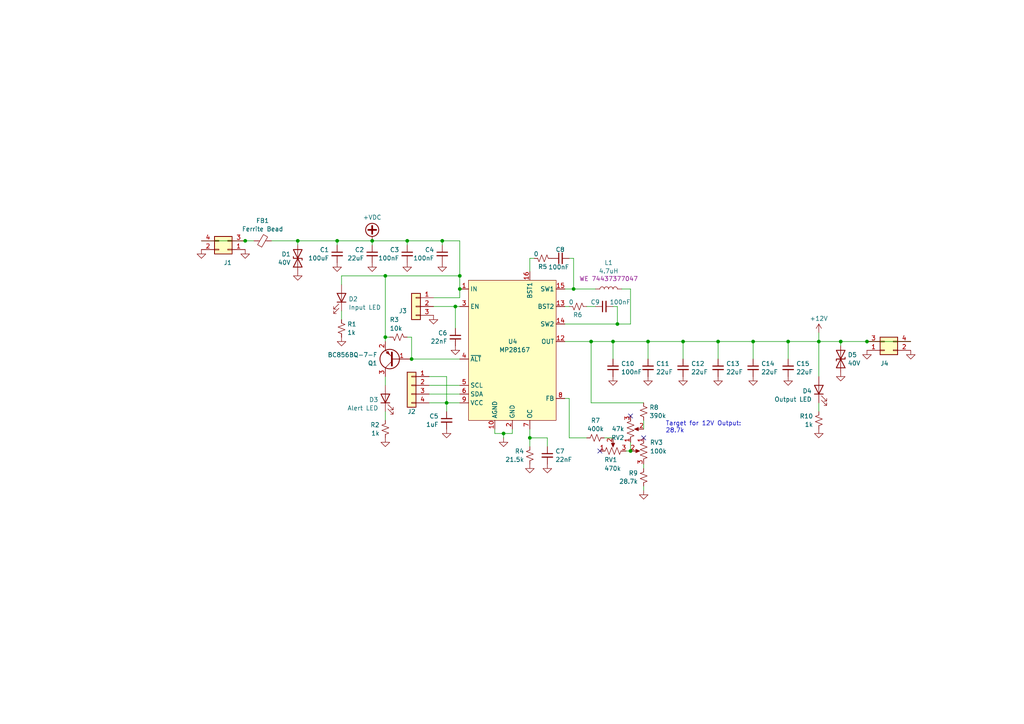
<source format=kicad_sch>
(kicad_sch (version 20231120) (generator "eeschema") (generator_version "8.0")
  (paper "A4")
  (lib_symbols
    (symbol "Connector_Generic:Conn_01x03" (pin_names (offset 1.016) hide)
      (property "Reference" "J" (at 0 5.08 0))
      (property "Value" "Conn_01x03" (at 0 -5.08 0))
      (symbol "Conn_01x03_1_1"
        (rectangle (start -1.27 -2.413) (end 0 -2.667) (stroke (width 0.1524)))
        (rectangle (start -1.27 0.127) (end 0 -0.127) (stroke (width 0.1524)))
        (rectangle (start -1.27 2.667) (end 0 2.413) (stroke (width 0.1524)))
        (rectangle (start -1.27 3.81) (end 1.27 -3.81) (stroke (width 0.254)) (fill (type background)))
        (pin passive line (at -5.08 2.54 0) (length 3.81) (name "Pin_1") (number "1"))
        (pin passive line (at -5.08 0 0) (length 3.81) (name "Pin_2") (number "2"))
        (pin passive line (at -5.08 -2.54 0) (length 3.81) (name "Pin_3") (number "3"))
      )
    )
    (symbol "Connector_Generic:Conn_01x04" (pin_names (offset 1.016) hide)
      (property "Reference" "J" (at 0 5.08 0))
      (property "Value" "Conn_01x04" (at 0 -7.62 0))
      (symbol "Conn_01x04_1_1"
        (rectangle (start -1.27 -4.953) (end 0 -5.207) (stroke (width 0.1524)))
        (rectangle (start -1.27 -2.413) (end 0 -2.667) (stroke (width 0.1524)))
        (rectangle (start -1.27 0.127) (end 0 -0.127) (stroke (width 0.1524)))
        (rectangle (start -1.27 2.667) (end 0 2.413) (stroke (width 0.1524)))
        (rectangle (start -1.27 3.81) (end 1.27 -6.35) (stroke (width 0.254)) (fill (type background)))
        (pin passive line (at -5.08 2.54 0) (length 3.81) (name "Pin_1") (number "1"))
        (pin passive line (at -5.08 0 0) (length 3.81) (name "Pin_2") (number "2"))
        (pin passive line (at -5.08 -2.54 0) (length 3.81) (name "Pin_3") (number "3"))
        (pin passive line (at -5.08 -5.08 0) (length 3.81) (name "Pin_4") (number "4"))
      )
    )
    (symbol "Connector_Generic:Conn_02x02_Odd_Even" (pin_names (offset 1.016) hide)
      (property "Reference" "J" (at 1.27 2.54 0))
      (property "Value" "Conn_02x02_Odd_Even" (at 1.27 -5.08 0))
      (symbol "Conn_02x02_Odd_Even_1_1"
        (rectangle (start -1.27 -2.413) (end 0 -2.667) (stroke (width 0.1524)))
        (rectangle (start -1.27 0.127) (end 0 -0.127) (stroke (width 0.1524)))
        (rectangle (start -1.27 1.27) (end 3.81 -3.81) (stroke (width 0.254)) (fill (type background)))
        (rectangle (start 3.81 -2.413) (end 2.54 -2.667) (stroke (width 0.1524)))
        (rectangle (start 3.81 0.127) (end 2.54 -0.127) (stroke (width 0.1524)))
        (pin passive line (at -5.08 0 0) (length 3.81) (name "Pin_1") (number "1"))
        (pin passive line (at 7.62 0 180) (length 3.81) (name "Pin_2") (number "2"))
        (pin passive line (at -5.08 -2.54 0) (length 3.81) (name "Pin_3") (number "3"))
        (pin passive line (at 7.62 -2.54 180) (length 3.81) (name "Pin_4") (number "4"))
      )
    )
    (symbol "Device:C_Small" (pin_numbers hide) (pin_names (offset 0.254) hide)
      (property "Reference" "C" (at 0.254 1.778 0))
      (property "Value" "C_Small" (at 0.254 -2.032 0))
      (symbol "C_Small_0_1"
        (polyline (pts (xy -1.524 -0.508) (xy 1.524 -0.508)) (stroke (width 0.3302)))
        (polyline (pts (xy -1.524 0.508) (xy 1.524 0.508)) (stroke (width 0.3048)))
      )
      (symbol "C_Small_1_1"
        (pin passive line (at 0 2.54 270) (length 2.032) (name "~") (number "1"))
        (pin passive line (at 0 -2.54 90) (length 2.032) (name "~") (number "2"))
      )
    )
    (symbol "Device:D_TVS" (pin_numbers hide) (pin_names (offset 1.016) hide)
      (property "Reference" "D" (at 0 2.54 0))
      (property "Value" "D_TVS" (at 0 -2.54 0))
      (symbol "D_TVS_0_1"
        (polyline (pts (xy 1.27 0) (xy -1.27 0)))
        (polyline (pts (xy 0.508 1.27) (xy 0 1.27) (xy 0 -1.27) (xy -0.508 -1.27)) (stroke (width 0.254)))
        (polyline (pts (xy -2.54 1.27) (xy -2.54 -1.27) (xy 2.54 1.27) (xy 2.54 -1.27) (xy -2.54 1.27)) (stroke (width 0.254)))
      )
      (symbol "D_TVS_1_1"
        (pin passive line (at -3.81 0 0) (length 2.54) (name "A1") (number "1"))
        (pin passive line (at 3.81 0 180) (length 2.54) (name "A2") (number "2"))
      )
    )
    (symbol "Device:FerriteBead_Small" (pin_numbers hide) (pin_names (offset 0))
      (property "Reference" "FB" (at 1.905 1.27 0))
      (property "Value" "FerriteBead_Small" (at 1.905 -1.27 0))
      (symbol "FerriteBead_Small_0_1"
        (polyline (pts (xy 0 -1.27) (xy 0 -0.7874)))
        (polyline (pts (xy 0 0.889) (xy 0 1.2954)))
        (polyline (pts (xy -1.8288 0.2794) (xy -1.1176 1.4986) (xy 1.8288 -0.2032) (xy 1.1176 -1.4224) (xy -1.8288 0.2794)))
      )
      (symbol "FerriteBead_Small_1_1"
        (pin passive line (at 0 2.54 270) (length 1.27) (name "~") (number "1"))
        (pin passive line (at 0 -2.54 90) (length 1.27) (name "~") (number "2"))
      )
    )
    (symbol "Device:L" (pin_numbers hide) (pin_names (offset 1.016) hide)
      (property "Reference" "L" (at -1.27 0 90))
      (property "Value" "L" (at 1.905 0 90))
      (symbol "L_0_1"
        (arc (start 0 -2.54) (mid 0.6323 -1.905) (end 0 -1.27))
        (arc (start 0 -1.27) (mid 0.6323 -0.635) (end 0 0))
        (arc (start 0 0) (mid 0.6323 0.635) (end 0 1.27))
        (arc (start 0 1.27) (mid 0.6323 1.905) (end 0 2.54))
      )
      (symbol "L_1_1"
        (pin passive line (at 0 3.81 270) (length 1.27) (name "1") (number "1"))
        (pin passive line (at 0 -3.81 90) (length 1.27) (name "2") (number "2"))
      )
    )
    (symbol "Device:LED" (pin_numbers hide) (pin_names (offset 1.016) hide)
      (property "Reference" "D" (at 0 2.54 0))
      (property "Value" "LED" (at 0 -2.54 0))
      (symbol "LED_0_1"
        (polyline (pts (xy -1.27 -1.27) (xy -1.27 1.27)) (stroke (width 0.254)))
        (polyline (pts (xy -1.27 0) (xy 1.27 0)))
        (polyline (pts (xy 1.27 -1.27) (xy 1.27 1.27) (xy -1.27 0) (xy 1.27 -1.27)) (stroke (width 0.254)))
        (polyline (pts (xy -3.048 -0.762) (xy -4.572 -2.286) (xy -3.81 -2.286) (xy -4.572 -2.286) (xy -4.572 -1.524)))
        (polyline (pts (xy -1.778 -0.762) (xy -3.302 -2.286) (xy -2.54 -2.286) (xy -3.302 -2.286) (xy -3.302 -1.524)))
      )
      (symbol "LED_1_1"
        (pin passive line (at -3.81 0 0) (length 2.54) (name "K") (number "1"))
        (pin passive line (at 3.81 0 180) (length 2.54) (name "A") (number "2"))
      )
    )
    (symbol "Device:Q_PNP_BEC" (pin_names (offset 0) hide)
      (property "Reference" "Q" (at 5.08 1.27 0))
      (property "Value" "Q_PNP_BEC" (at 5.08 -1.27 0))
      (symbol "Q_PNP_BEC_0_1"
        (polyline (pts (xy 0.635 0.635) (xy 2.54 2.54)))
        (polyline (pts (xy 0.635 -0.635) (xy 2.54 -2.54) (xy 2.54 -2.54)))
        (polyline (pts (xy 0.635 1.905) (xy 0.635 -1.905) (xy 0.635 -1.905)) (stroke (width 0.508)))
        (polyline (pts (xy 2.286 -1.778) (xy 1.778 -2.286) (xy 1.27 -1.27) (xy 2.286 -1.778) (xy 2.286 -1.778)) (fill (type outline)))
        (circle (center 1.27 0) (radius 2.8194) (stroke (width 0.254)))
      )
      (symbol "Q_PNP_BEC_1_1"
        (pin input line (at -5.08 0 0) (length 5.715) (name "B") (number "1"))
        (pin passive line (at 2.54 -5.08 90) (length 2.54) (name "E") (number "2"))
        (pin passive line (at 2.54 5.08 270) (length 2.54) (name "C") (number "3"))
      )
    )
    (symbol "Device:R_Potentiometer_US" (pin_names (offset 1.016) hide)
      (property "Reference" "RV" (at -4.445 0 90))
      (property "Value" "R_Potentiometer_US" (at -2.54 0 90))
      (symbol "R_Potentiometer_US_0_1"
        (polyline (pts (xy 0 -2.286) (xy 0 -2.54)))
        (polyline (pts (xy 0 2.54) (xy 0 2.286)))
        (polyline (pts (xy 2.54 0) (xy 1.524 0)))
        (polyline (pts (xy 1.143 0) (xy 2.286 0.508) (xy 2.286 -0.508) (xy 1.143 0)) (fill (type outline)))
        (polyline (pts (xy 0 -0.762) (xy 1.016 -1.143) (xy 0 -1.524) (xy -1.016 -1.905) (xy 0 -2.286)))
        (polyline (pts (xy 0 0.762) (xy 1.016 0.381) (xy 0 0) (xy -1.016 -0.381) (xy 0 -0.762)))
        (polyline (pts (xy 0 2.286) (xy 1.016 1.905) (xy 0 1.524) (xy -1.016 1.143) (xy 0 0.762)))
      )
      (symbol "R_Potentiometer_US_1_1"
        (pin passive line (at 0 3.81 270) (length 1.27) (name "1") (number "1"))
        (pin passive line (at 3.81 0 180) (length 1.27) (name "2") (number "2"))
        (pin passive line (at 0 -3.81 90) (length 1.27) (name "3") (number "3"))
      )
    )
    (symbol "Device:R_Small_US" (pin_numbers hide) (pin_names (offset 0.254) hide)
      (property "Reference" "R" (at 0.762 0.508 0))
      (property "Value" "R_Small_US" (at 0.762 -1.016 0))
      (symbol "R_Small_US_1_1"
        (polyline (pts (xy 0 0) (xy 1.016 -0.381) (xy 0 -0.762) (xy -1.016 -1.143) (xy 0 -1.524)))
        (polyline (pts (xy 0 1.524) (xy 1.016 1.143) (xy 0 0.762) (xy -1.016 0.381) (xy 0 0)))
        (pin passive line (at 0 2.54 270) (length 1.016) (name "~") (number "1"))
        (pin passive line (at 0 -2.54 90) (length 1.016) (name "~") (number "2"))
      )
    )
    (symbol "GND_2" (power) (pin_names (offset 0))
      (property "Value" "GND_2" (at 0 -3.81 0))
      (symbol "GND_2_0_1"
        (polyline (pts (xy 0 0) (xy 0 -1.27) (xy 1.27 -1.27) (xy 0 -2.54) (xy -1.27 -1.27) (xy 0 -1.27)))
      )
      (symbol "GND_2_1_1"
        (pin power_in line (at 0 0 270) (length 0) hide (name "GND") (number "1"))
      )
    )
    (symbol "MR_COM_Libraries:MP28167-A"
      (property "Reference" "U" (at 0 21.59 0))
      (property "Value" "MP28167" (at 0 21.59 0))
      (symbol "MP28167-A_0_0"
        (pin power_in line (at -15.24 17.78 0) (length 2.54) (name "IN") (number "1"))
        (pin power_in line (at -5.08 -22.86 90) (length 2.54) (name "AGND") (number "10"))
        (pin power_out line (at 15.24 2.54 180) (length 2.54) (name "OUT") (number "12"))
        (pin input line (at 15.24 12.7 180) (length 2.54) (name "BST2") (number "13"))
        (pin output line (at 15.24 7.62 180) (length 2.54) (name "SW2") (number "14"))
        (pin output line (at 15.24 17.78 180) (length 2.54) (name "SW1") (number "15"))
        (pin input line (at 5.08 22.86 270) (length 2.54) (name "BST1") (number "16"))
        (pin power_in line (at 0 -22.86 90) (length 2.54) (name "GND") (number "2"))
        (pin input line (at -15.24 12.7 0) (length 2.54) (name "EN") (number "3"))
        (pin bidirectional line (at -15.24 -10.16 0) (length 2.54) (name "SCL") (number "5"))
        (pin bidirectional line (at -15.24 -12.7 0) (length 2.54) (name "SDA") (number "6"))
        (pin input line (at 5.08 -22.86 90) (length 2.54) (name "OC") (number "7"))
        (pin input line (at 15.24 -13.97 180) (length 2.54) (name "FB") (number "8"))
        (pin output line (at -15.24 -15.24 0) (length 2.54) (name "VCC") (number "9"))
      )
      (symbol "MP28167-A_1_0"
        (pin power_in line (at 0 -22.86 90) (length 2.54) hide (name "GND") (number "11"))
        (pin output line (at -15.24 -2.54 0) (length 2.54) (name "~{ALT}") (number "4"))
      )
      (symbol "MP28167-A_1_1"
        (rectangle (start -12.7 20.32) (end 12.7 -20.32) (fill (type background)))
      )
    )
    (symbol "power:+12V" (power) (pin_names (offset 0))
      (property "Value" "+12V" (at 0 3.556 0))
      (symbol "+12V_0_1"
        (polyline (pts (xy -0.762 1.27) (xy 0 2.54)))
        (polyline (pts (xy 0 0) (xy 0 2.54)))
        (polyline (pts (xy 0 2.54) (xy 0.762 1.27)))
      )
      (symbol "+12V_1_1"
        (pin power_in line (at 0 0 90) (length 0) hide (name "+12V") (number "1"))
      )
    )
    (symbol "power:+VDC" (power) (pin_names (offset 0))
      (property "Value" "+VDC" (at 0 6.35 0))
      (symbol "+VDC_0_1"
        (polyline (pts (xy -1.143 3.175) (xy 1.143 3.175)) (stroke (width 0.508)))
        (polyline (pts (xy 0 0) (xy 0 1.27)))
        (polyline (pts (xy 0 2.032) (xy 0 4.318)) (stroke (width 0.508)))
        (circle (center 0 3.175) (radius 1.905) (stroke (width 0.254)))
      )
      (symbol "+VDC_1_1"
        (pin power_in line (at 0 0 90) (length 0) hide (name "+VDC") (number "1"))
      )
    )
  )
  (junction (at 208.28 99.06))
  (junction (at 177.8 99.06))
  (junction (at 132.08 88.9))
  (junction (at 128.27 69.85))
  (junction (at 243.84 99.06))
  (junction (at 133.35 80.01))
  (junction (at 153.67 127))
  (junction (at 107.95 69.85))
  (junction (at 111.76 97.79))
  (junction (at 71.12 69.85))
  (junction (at 118.11 69.85))
  (junction (at 237.49 99.06))
  (junction (at 97.79 69.85))
  (junction (at 228.6 99.06))
  (junction (at 129.54 116.84))
  (junction (at 251.46 99.06))
  (junction (at 218.44 99.06))
  (junction (at 198.12 99.06))
  (junction (at 133.35 83.82))
  (junction (at 182.88 130.81))
  (junction (at 166.37 83.82))
  (junction (at 187.96 99.06))
  (junction (at 111.76 80.01))
  (junction (at 179.07 93.98))
  (junction (at 119.38 104.14))
  (junction (at 171.45 99.06))
  (junction (at 86.36 69.85))
  (junction (at 146.05 125.73))
  (no_connect (at 186.69 127))
  (no_connect (at 182.88 120.65))
  (no_connect (at 173.99 130.81))
  (wire (pts (xy 186.69 142.24) (xy 186.69 140.97)))
  (wire (pts (xy 146.05 125.73) (xy 148.59 125.73)))
  (wire (pts (xy 132.08 88.9) (xy 132.08 95.25)))
  (wire (pts (xy 181.61 130.81) (xy 182.88 130.81)))
  (wire (pts (xy 187.96 99.06) (xy 198.12 99.06)))
  (wire (pts (xy 166.37 83.82) (xy 172.72 83.82)))
  (wire (pts (xy 198.12 99.06) (xy 208.28 99.06)))
  (wire (pts (xy 182.88 93.98) (xy 179.07 93.98)))
  (wire (pts (xy 251.46 99.06) (xy 264.16 99.06)))
  (wire (pts (xy 133.35 88.9) (xy 132.08 88.9)))
  (wire (pts (xy 111.76 80.01) (xy 133.35 80.01)))
  (wire (pts (xy 128.27 69.85) (xy 128.27 71.12)))
  (wire (pts (xy 86.36 69.85) (xy 97.79 69.85)))
  (wire (pts (xy 111.76 119.38) (xy 111.76 121.92)))
  (wire (pts (xy 86.36 71.12) (xy 86.36 69.85)))
  (wire (pts (xy 148.59 125.73) (xy 148.59 124.46)))
  (wire (pts (xy 186.69 116.84) (xy 171.45 116.84)))
  (wire (pts (xy 111.76 109.22) (xy 111.76 111.76)))
  (wire (pts (xy 143.51 124.46) (xy 143.51 125.73)))
  (wire (pts (xy 153.67 129.54) (xy 153.67 127)))
  (wire (pts (xy 124.46 114.3) (xy 133.35 114.3)))
  (wire (pts (xy 165.1 127) (xy 170.18 127)))
  (wire (pts (xy 186.69 135.89) (xy 186.69 134.62)))
  (wire (pts (xy 58.42 69.85) (xy 71.12 69.85)))
  (wire (pts (xy 163.83 93.98) (xy 179.07 93.98)))
  (wire (pts (xy 99.06 80.01) (xy 111.76 80.01)))
  (wire (pts (xy 165.1 115.57) (xy 165.1 127)))
  (wire (pts (xy 179.07 88.9) (xy 179.07 93.98)))
  (wire (pts (xy 133.35 116.84) (xy 129.54 116.84)))
  (wire (pts (xy 78.74 69.85) (xy 86.36 69.85)))
  (wire (pts (xy 146.05 127) (xy 146.05 125.73)))
  (wire (pts (xy 97.79 69.85) (xy 97.79 71.12)))
  (wire (pts (xy 163.83 88.9) (xy 165.1 88.9)))
  (wire (pts (xy 125.73 86.36) (xy 133.35 86.36)))
  (wire (pts (xy 133.35 69.85) (xy 133.35 80.01)))
  (wire (pts (xy 111.76 97.79) (xy 111.76 80.01)))
  (wire (pts (xy 177.8 99.06) (xy 187.96 99.06)))
  (wire (pts (xy 125.73 88.9) (xy 132.08 88.9)))
  (wire (pts (xy 118.11 69.85) (xy 118.11 71.12)))
  (wire (pts (xy 119.38 104.14) (xy 133.35 104.14)))
  (wire (pts (xy 198.12 104.14) (xy 198.12 99.06)))
  (wire (pts (xy 187.96 104.14) (xy 187.96 99.06)))
  (wire (pts (xy 129.54 109.22) (xy 129.54 116.84)))
  (wire (pts (xy 218.44 104.14) (xy 218.44 99.06)))
  (wire (pts (xy 111.76 97.79) (xy 113.03 97.79)))
  (wire (pts (xy 133.35 80.01) (xy 133.35 83.82)))
  (wire (pts (xy 163.83 83.82) (xy 166.37 83.82)))
  (wire (pts (xy 119.38 97.79) (xy 119.38 104.14)))
  (wire (pts (xy 177.8 88.9) (xy 179.07 88.9)))
  (wire (pts (xy 107.95 69.85) (xy 118.11 69.85)))
  (wire (pts (xy 129.54 119.38) (xy 129.54 116.84)))
  (wire (pts (xy 182.88 83.82) (xy 182.88 93.98)))
  (wire (pts (xy 99.06 90.17) (xy 99.06 92.71)))
  (wire (pts (xy 107.95 69.85) (xy 107.95 71.12)))
  (wire (pts (xy 128.27 69.85) (xy 133.35 69.85)))
  (wire (pts (xy 143.51 125.73) (xy 146.05 125.73)))
  (wire (pts (xy 208.28 99.06) (xy 218.44 99.06)))
  (wire (pts (xy 218.44 99.06) (xy 228.6 99.06)))
  (wire (pts (xy 124.46 109.22) (xy 129.54 109.22)))
  (wire (pts (xy 165.1 74.93) (xy 166.37 74.93)))
  (wire (pts (xy 171.45 99.06) (xy 171.45 116.84)))
  (wire (pts (xy 208.28 104.14) (xy 208.28 99.06)))
  (wire (pts (xy 237.49 99.06) (xy 237.49 109.22)))
  (wire (pts (xy 186.69 121.92) (xy 186.69 124.46)))
  (wire (pts (xy 153.67 127) (xy 158.75 127)))
  (wire (pts (xy 153.67 74.93) (xy 154.94 74.93)))
  (wire (pts (xy 237.49 96.52) (xy 237.49 99.06)))
  (wire (pts (xy 180.34 83.82) (xy 182.88 83.82)))
  (wire (pts (xy 237.49 99.06) (xy 243.84 99.06)))
  (wire (pts (xy 170.18 88.9) (xy 172.72 88.9)))
  (wire (pts (xy 228.6 99.06) (xy 237.49 99.06)))
  (wire (pts (xy 177.8 127) (xy 175.26 127)))
  (wire (pts (xy 243.84 99.06) (xy 251.46 99.06)))
  (wire (pts (xy 111.76 97.79) (xy 111.76 99.06)))
  (wire (pts (xy 166.37 74.93) (xy 166.37 83.82)))
  (wire (pts (xy 177.8 99.06) (xy 177.8 104.14)))
  (wire (pts (xy 163.83 115.57) (xy 165.1 115.57)))
  (wire (pts (xy 99.06 80.01) (xy 99.06 82.55)))
  (wire (pts (xy 124.46 111.76) (xy 133.35 111.76)))
  (wire (pts (xy 133.35 86.36) (xy 133.35 83.82)))
  (wire (pts (xy 158.75 129.54) (xy 158.75 127)))
  (wire (pts (xy 118.11 69.85) (xy 128.27 69.85)))
  (wire (pts (xy 153.67 74.93) (xy 153.67 78.74)))
  (wire (pts (xy 171.45 99.06) (xy 163.83 99.06)))
  (wire (pts (xy 237.49 116.84) (xy 237.49 119.38)))
  (wire (pts (xy 153.67 127) (xy 153.67 124.46)))
  (wire (pts (xy 124.46 116.84) (xy 129.54 116.84)))
  (wire (pts (xy 243.84 99.06) (xy 243.84 100.33)))
  (wire (pts (xy 228.6 104.14) (xy 228.6 99.06)))
  (wire (pts (xy 97.79 69.85) (xy 107.95 69.85)))
  (wire (pts (xy 71.12 69.85) (xy 73.66 69.85)))
  (wire (pts (xy 171.45 99.06) (xy 177.8 99.06)))
  (wire (pts (xy 182.88 128.27) (xy 182.88 130.81)))
  (wire (pts (xy 118.11 97.79) (xy 119.38 97.79)))
  (text "Target for 12V Output:\n28.7k" (at 193.04 125.73 0) (effects (font (size 1.27 1.27)) (justify left bottom)))
  (symbol (lib_name "GND_2") (lib_id "power:GND") (at 153.67 134.62 0) (unit 1)
    (property "Reference" "#PWR015" (effects (hide yes)))
    (property "Value" "GND" (effects (hide yes)))
  )
  (symbol (lib_name "GND_2") (lib_id "power:GND") (at 132.08 100.33 0) (mirror y) (unit 1)
    (property "Reference" "#PWR013" (effects (hide yes)))
    (property "Value" "GND" (effects (hide yes)))
  )
  (symbol (lib_name "GND_2") (lib_id "power:GND") (at 237.49 124.46 0) (unit 1)
    (property "Reference" "#PWR025" (effects (hide yes)))
    (property "Value" "GND" (effects (hide yes)))
  )
  (symbol (lib_id "Device:LED") (at 99.06 86.36 270) (mirror x) (unit 1)
    (property "Reference" "D2" (at 101.092 86.7354 90) (effects (justify left)))
    (property "Value" "Input LED" (at 101.092 89.1596 90) (effects (justify left)))
    (property "Footprint" "LED_SMD:LED_0603_1608Metric_Pad1.05x0.95mm_HandSolder" (effects (hide yes)))
  )
  (symbol (lib_id "MR_COM_Libraries:MP28167-A") (at 148.59 101.6 0) (unit 1)
    (property "Reference" "U4" (at 147.32 99.06 0) (effects (justify left)))
    (property "Value" "MP28167" (at 144.78 101.4842 0) (effects (justify left)))
    (property "Footprint" "obcModule:MP28167" (effects (hide yes)))
    (property "Datasheet" "https://www.monolithicpower.com/en/documentview/productdocument/index/version/2/document_type/Datasheet/lang/en/sku/MP28167GQ-A/" (effects (hide yes)))
  )
  (symbol (lib_name "GND_2") (lib_id "power:GND") (at 128.27 76.2 0) (unit 1)
    (property "Reference" "#PWR011" (effects (hide yes)))
    (property "Value" "GND" (effects (hide yes)))
  )
  (symbol (lib_id "Device:R_Small_US") (at 237.49 121.92 0) (mirror y) (unit 1)
    (property "Reference" "R10" (at 235.839 120.7079 0) (effects (justify left)))
    (property "Value" "1k" (at 235.839 123.1321 0) (effects (justify left)))
    (property "Footprint" "Resistor_SMD:R_0603_1608Metric_Pad0.98x0.95mm_HandSolder" (effects (hide yes)))
  )
  (symbol (lib_id "Device:C_Small") (at 175.26 88.9 90) (unit 1)
    (property "Reference" "C9" (at 173.99 87.63 90) (effects (justify left)))
    (property "Value" "100nF" (at 182.88 87.63 90) (effects (justify left)))
    (property "Footprint" "Capacitor_SMD:C_0603_1608Metric_Pad1.08x0.95mm_HandSolder" (effects (hide yes)))
  )
  (symbol (lib_id "Device:C_Small") (at 162.56 74.93 90) (unit 1)
    (property "Reference" "C8" (at 163.83 72.39 90) (effects (justify left)))
    (property "Value" "100nF" (at 165.1 77.47 90) (effects (justify left)))
    (property "Footprint" "Capacitor_SMD:C_0603_1608Metric_Pad1.08x0.95mm_HandSolder" (effects (hide yes)))
  )
  (symbol (lib_name "GND_2") (lib_id "power:GND") (at 208.28 109.22 0) (mirror y) (unit 1)
    (property "Reference" "#PWR021" (effects (hide yes)))
    (property "Value" "GND" (effects (hide yes)))
  )
  (symbol (lib_id "Connector_Generic:Conn_01x04") (at 119.38 111.76 0) (mirror y) (unit 1)
    (property "Reference" "J2" (at 119.38 119.38 0))
    (property "Value" "2.54mm Pin Header x4" (effects (hide yes)))
    (property "Footprint" "Connector_PinHeader_2.54mm:PinHeader_1x04_P2.54mm_Vertical" (effects (hide yes)))
  )
  (symbol (lib_name "GND_2") (lib_id "power:GND") (at 97.79 76.2 0) (unit 1)
    (property "Reference" "#PWR04" (effects (hide yes)))
    (property "Value" "GND" (effects (hide yes)))
  )
  (symbol (lib_name "GND_2") (lib_id "power:GND") (at 243.84 107.95 0) (mirror y) (unit 1)
    (property "Reference" "#PWR026" (effects (hide yes)))
    (property "Value" "GND" (effects (hide yes)))
  )
  (symbol (lib_id "Device:L") (at 176.53 83.82 90) (unit 1)
    (property "Reference" "L1" (at 176.53 76.2 90))
    (property "Value" "4.7uH" (at 176.53 78.6242 90))
    (property "Footprint" "obcModule:WE_74437377047" (effects (hide yes)))
    (property "Datasheet" "https://www.we-online.com/components/products/datasheet/74437377047.pdf" (effects (hide yes)))
    (property "Field4" "7.5A" (effects (hide yes)))
    (property "Field5" "https://www.digikey.com/en/products/detail/w%C3%BCrth-elektronik/74437377047/2791104" (effects (hide yes)))
    (property "Field6" "WE 74437377047" (at 176.53 80.8496 90))
  )
  (symbol (lib_id "Device:R_Small_US") (at 172.72 127 90) (unit 1)
    (property "Reference" "R7" (at 172.72 121.9667 90))
    (property "Value" "400k" (at 172.72 124.3909 90))
    (property "Footprint" "Resistor_SMD:R_0603_1608Metric_Pad0.98x0.95mm_HandSolder" (effects (hide yes)))
  )
  (symbol (lib_name "GND_2") (lib_id "power:GND") (at 58.42 72.39 0) (unit 1)
    (property "Reference" "#PWR01" (effects (hide yes)))
    (property "Value" "GND" (effects (hide yes)))
  )
  (symbol (lib_id "Device:R_Potentiometer_US") (at 186.69 130.81 0) (mirror y) (unit 1)
    (property "Reference" "RV3" (at 188.4979 128.3306 0) (effects (justify right)))
    (property "Value" "100k" (at 188.4979 130.8706 0) (effects (justify right)))
    (property "Footprint" "Potentiometer_SMD:Potentiometer_Bourns_TC33X_Vertical" (effects (hide yes)))
    (property "Datasheet" "https://www.bourns.com/docs/Product-Datasheets/TC33.pdf" (effects (hide yes)))
    (property "Field5" "Bournes TC33" (effects (hide yes)))
  )
  (symbol (lib_id "Device:C_Small") (at 97.79 73.66 0) (mirror y) (unit 1)
    (property "Reference" "C1" (at 95.4659 72.4542 0) (effects (justify left)))
    (property "Value" "100uF" (at 95.4659 74.8784 0) (effects (justify left)))
    (property "Footprint" "Capacitor_SMD:C_1210_3225Metric" (effects (hide yes)))
  )
  (symbol (lib_name "GND_2") (lib_id "power:GND") (at 177.8 109.22 0) (unit 1)
    (property "Reference" "#PWR017" (effects (hide yes)))
    (property "Value" "GND" (effects (hide yes)))
  )
  (symbol (lib_name "GND_2") (lib_id "power:GND") (at 111.76 127 0) (unit 1)
    (property "Reference" "#PWR08" (effects (hide yes)))
    (property "Value" "GND" (effects (hide yes)))
  )
  (symbol (lib_name "GND_2") (lib_id "power:GND") (at 125.73 91.44 0) (mirror y) (unit 1)
    (property "Reference" "#PWR010" (effects (hide yes)))
    (property "Value" "GND" (effects (hide yes)))
  )
  (symbol (lib_name "GND_2") (lib_id "power:GND") (at 228.6 109.22 0) (mirror y) (unit 1)
    (property "Reference" "#PWR023" (effects (hide yes)))
    (property "Value" "GND" (effects (hide yes)))
  )
  (symbol (lib_id "Device:R_Small_US") (at 99.06 95.25 0) (unit 1)
    (property "Reference" "R1" (at 100.711 94.0379 0) (effects (justify left)))
    (property "Value" "1k" (at 100.711 96.4621 0) (effects (justify left)))
    (property "Footprint" "Resistor_SMD:R_0603_1608Metric_Pad0.98x0.95mm_HandSolder" (effects (hide yes)))
  )
  (symbol (lib_id "Device:R_Small_US") (at 157.48 74.93 270) (mirror x) (unit 1)
    (property "Reference" "R5" (at 158.75 77.3542 90) (effects (justify right)))
    (property "Value" "0" (at 156.21 73.66 90) (effects (justify right)))
    (property "Footprint" "Resistor_SMD:R_0402_1005Metric_Pad0.72x0.64mm_HandSolder" (effects (hide yes)))
  )
  (symbol (lib_name "GND_2") (lib_id "power:GND") (at 264.16 101.6 0) (mirror y) (unit 1)
    (property "Reference" "#PWR028" (effects (hide yes)))
    (property "Value" "GND" (effects (hide yes)))
  )
  (symbol (lib_name "GND_2") (lib_id "power:GND") (at 107.95 76.2 0) (unit 1)
    (property "Reference" "#PWR07" (effects (hide yes)))
    (property "Value" "GND" (effects (hide yes)))
  )
  (symbol (lib_id "power:+VDC") (at 107.95 69.85 0) (unit 1)
    (property "Reference" "#PWR06" (effects (hide yes)))
    (property "Value" "+VDC" (at 107.95 63.0499 0))
  )
  (symbol (lib_id "Device:R_Small_US") (at 153.67 132.08 0) (mirror x) (unit 1)
    (property "Reference" "R4" (at 152.019 130.8679 0) (effects (justify right)))
    (property "Value" "21.5k" (at 152.019 133.2921 0) (effects (justify right)))
    (property "Footprint" "Resistor_SMD:R_0603_1608Metric_Pad0.98x0.95mm_HandSolder" (effects (hide yes)))
  )
  (symbol (lib_id "Device:C_Small") (at 177.8 106.68 0) (unit 1)
    (property "Reference" "C10" (at 180.1241 105.4742 0) (effects (justify left)))
    (property "Value" "100nF" (at 180.1241 107.8984 0) (effects (justify left)))
    (property "Footprint" "Capacitor_SMD:C_0603_1608Metric_Pad1.08x0.95mm_HandSolder" (effects (hide yes)))
  )
  (symbol (lib_id "Device:C_Small") (at 158.75 132.08 0) (unit 1)
    (property "Reference" "C7" (at 161.0741 130.8742 0) (effects (justify left)))
    (property "Value" "22nF" (at 161.0741 133.2984 0) (effects (justify left)))
    (property "Footprint" "Capacitor_SMD:C_0603_1608Metric_Pad1.08x0.95mm_HandSolder" (effects (hide yes)))
  )
  (symbol (lib_id "Device:C_Small") (at 118.11 73.66 0) (mirror y) (unit 1)
    (property "Reference" "C3" (at 115.7859 72.4542 0) (effects (justify left)))
    (property "Value" "100nF" (at 115.7859 74.8784 0) (effects (justify left)))
    (property "Footprint" "Capacitor_SMD:C_0603_1608Metric_Pad1.08x0.95mm_HandSolder" (effects (hide yes)))
  )
  (symbol (lib_name "GND_2") (lib_id "power:GND") (at 86.36 78.74 0) (unit 1)
    (property "Reference" "#PWR03" (effects (hide yes)))
    (property "Value" "GND" (effects (hide yes)))
  )
  (symbol (lib_name "GND_2") (lib_id "power:GND") (at 198.12 109.22 0) (mirror y) (unit 1)
    (property "Reference" "#PWR020" (effects (hide yes)))
    (property "Value" "GND" (effects (hide yes)))
  )
  (symbol (lib_id "Device:FerriteBead_Small") (at 76.2 69.85 90) (unit 1)
    (property "Reference" "FB1" (at 76.1619 64.0039 90))
    (property "Value" "Ferrite Bead" (at 76.1619 66.4281 90))
    (property "Footprint" "Inductor_SMD:L_0805_2012Metric_Pad1.05x1.20mm_HandSolder" (effects (hide yes)))
    (property "Datasheet" "https://www.fair-rite.com/wp-content/themes/fair-rite/print_product.php?pid=19181" (effects (hide yes)))
    (property "Field4" "2508056017Y2" (effects (hide yes)))
    (property "Field5" "https://www.digikey.com/en/products/detail/fair-rite-products-corp/2508056017Y2/8594310" (effects (hide yes)))
  )
  (symbol (lib_name "GND_2") (lib_id "power:GND") (at 118.11 76.2 0) (unit 1)
    (property "Reference" "#PWR09" (effects (hide yes)))
    (property "Value" "GND" (effects (hide yes)))
  )
  (symbol (lib_name "GND_2") (lib_id "power:GND") (at 158.75 134.62 0) (unit 1)
    (property "Reference" "#PWR016" (effects (hide yes)))
    (property "Value" "GND" (effects (hide yes)))
  )
  (symbol (lib_id "Device:C_Small") (at 132.08 97.79 0) (mirror y) (unit 1)
    (property "Reference" "C6" (at 129.7559 96.5842 0) (effects (justify left)))
    (property "Value" "22nF" (at 129.7559 99.0084 0) (effects (justify left)))
    (property "Footprint" "Capacitor_SMD:C_0603_1608Metric_Pad1.08x0.95mm_HandSolder" (effects (hide yes)))
  )
  (symbol (lib_id "Device:C_Small") (at 187.96 106.68 0) (unit 1)
    (property "Reference" "C11" (at 190.2841 105.4742 0) (effects (justify left)))
    (property "Value" "22uF" (at 190.2841 107.8984 0) (effects (justify left)))
    (property "Footprint" "Capacitor_SMD:C_0805_2012Metric_Pad1.18x1.45mm_HandSolder" (effects (hide yes)))
  )
  (symbol (lib_id "Device:R_Potentiometer_US") (at 177.8 130.81 90) (unit 1)
    (property "Reference" "RV1" (at 175.26 133.35 90) (effects (justify right)))
    (property "Value" "470k" (at 175.26 135.89 90) (effects (justify right)))
    (property "Footprint" "Potentiometer_SMD:Potentiometer_Bourns_TC33X_Vertical" (effects (hide yes)))
    (property "Datasheet" "https://www.bourns.com/docs/Product-Datasheets/TC33.pdf" (effects (hide yes)))
    (property "Field5" "Bournes TC33" (effects (hide yes)))
  )
  (symbol (lib_id "Device:Q_PNP_BEC") (at 114.3 104.14 180) (unit 1)
    (property "Reference" "Q1" (at 109.4486 105.3521 0) (effects (justify left)))
    (property "Value" "BC856BQ-7-F" (at 109.4486 102.9279 0) (effects (justify left)))
    (property "Footprint" "Package_TO_SOT_SMD:SOT-23" (effects (hide yes)))
  )
  (symbol (lib_id "Device:R_Small_US") (at 186.69 119.38 180) (unit 1)
    (property "Reference" "R8" (at 188.341 118.1679 0) (effects (justify right)))
    (property "Value" "390k" (at 188.341 120.5921 0) (effects (justify right)))
    (property "Footprint" "Resistor_SMD:R_0603_1608Metric_Pad0.98x0.95mm_HandSolder" (effects (hide yes)))
  )
  (symbol (lib_name "GND_2") (lib_id "power:GND") (at 71.12 72.39 0) (unit 1)
    (property "Reference" "#PWR02" (effects (hide yes)))
    (property "Value" "GND" (effects (hide yes)))
  )
  (symbol (lib_id "Device:C_Small") (at 198.12 106.68 0) (unit 1)
    (property "Reference" "C12" (at 200.4441 105.4742 0) (effects (justify left)))
    (property "Value" "22uF" (at 200.4441 107.8984 0) (effects (justify left)))
    (property "Footprint" "Capacitor_SMD:C_0805_2012Metric_Pad1.18x1.45mm_HandSolder" (effects (hide yes)))
  )
  (symbol (lib_id "Device:C_Small") (at 128.27 73.66 0) (mirror y) (unit 1)
    (property "Reference" "C4" (at 125.9459 72.4542 0) (effects (justify left)))
    (property "Value" "100nF" (at 125.9459 74.8784 0) (effects (justify left)))
    (property "Footprint" "Capacitor_SMD:C_0603_1608Metric_Pad1.08x0.95mm_HandSolder" (effects (hide yes)))
  )
  (symbol (lib_name "GND_2") (lib_id "power:GND") (at 146.05 127 0) (unit 1)
    (property "Reference" "#PWR014" (effects (hide yes)))
    (property "Value" "GND" (effects (hide yes)))
  )
  (symbol (lib_name "GND_2") (lib_id "power:GND") (at 187.96 109.22 0) (mirror y) (unit 1)
    (property "Reference" "#PWR019" (effects (hide yes)))
    (property "Value" "GND" (effects (hide yes)))
  )
  (symbol (lib_id "Device:D_TVS") (at 243.84 104.14 270) (mirror x) (unit 1)
    (property "Reference" "D5" (at 245.872 102.9279 90) (effects (justify left)))
    (property "Value" "40V" (at 245.872 105.3521 90) (effects (justify left)))
    (property "Footprint" "libraries:PowerDI_123" (effects (hide yes)))
    (property "Datasheet" "https://www.diodes.com/assets/Datasheets/DFLT5V0A_DFLT220A.pdf" (effects (hide yes)))
    (property "Digikey" "https://www.digikey.com/en/products/detail/diodes-incorporated/DFLT27A-7/776771" (effects (hide yes)))
  )
  (symbol (lib_name "GND_2") (lib_id "power:GND") (at 218.44 109.22 0) (mirror y) (unit 1)
    (property "Reference" "#PWR022" (effects (hide yes)))
    (property "Value" "GND" (effects (hide yes)))
  )
  (symbol (lib_id "Device:D_TVS") (at 86.36 74.93 90) (unit 1)
    (property "Reference" "D1" (at 84.328 73.7179 90) (effects (justify left)))
    (property "Value" "40V" (at 84.328 76.1421 90) (effects (justify left)))
    (property "Footprint" "libraries:PowerDI_123" (effects (hide yes)))
    (property "Datasheet" "https://www.diodes.com/assets/Datasheets/DFLT5V0A_DFLT220A.pdf" (effects (hide yes)))
    (property "Digikey" "https://www.digikey.com/en/products/detail/diodes-incorporated/DFLT27A-7/776771" (effects (hide yes)))
  )
  (symbol (lib_id "power:+12V") (at 237.49 96.52 0) (unit 1)
    (property "Reference" "#PWR024" (effects (hide yes)))
    (property "Value" "+12V" (at 237.49 92.3869 0))
  )
  (symbol (lib_name "GND_2") (lib_id "power:GND") (at 186.69 142.24 0) (unit 1)
    (property "Reference" "#PWR018" (effects (hide yes)))
    (property "Value" "GND" (effects (hide yes)))
  )
  (symbol (lib_id "Device:C_Small") (at 208.28 106.68 0) (unit 1)
    (property "Reference" "C13" (at 210.6041 105.4742 0) (effects (justify left)))
    (property "Value" "22uF" (at 210.6041 107.8984 0) (effects (justify left)))
    (property "Footprint" "Capacitor_SMD:C_0805_2012Metric_Pad1.18x1.45mm_HandSolder" (effects (hide yes)))
  )
  (symbol (lib_id "Device:R_Small_US") (at 167.64 88.9 270) (mirror x) (unit 1)
    (property "Reference" "R6" (at 168.91 91.3242 90) (effects (justify right)))
    (property "Value" "0" (at 166.37 87.63 90) (effects (justify right)))
    (property "Footprint" "Resistor_SMD:R_0402_1005Metric_Pad0.72x0.64mm_HandSolder" (effects (hide yes)))
  )
  (symbol (lib_id "Connector_Generic:Conn_02x02_Odd_Even") (at 66.04 72.39 180) (unit 1)
    (property "Reference" "J1" (at 66.04 76.2 0))
    (property "Value" "Conn_01x02" (effects (hide yes)))
    (property "Footprint" "Connector_PinHeader_2.54mm:PinHeader_2x02_P2.54mm_Vertical" (effects (hide yes)))
  )
  (symbol (lib_id "Device:R_Small_US") (at 186.69 138.43 0) (mirror x) (unit 1)
    (property "Reference" "R9" (at 185.039 137.2179 0) (effects (justify right)))
    (property "Value" "28.7k" (at 185.039 139.6421 0) (effects (justify right)))
    (property "Footprint" "Resistor_SMD:R_0603_1608Metric_Pad0.98x0.95mm_HandSolder" (effects (hide yes)))
  )
  (symbol (lib_name "GND_2") (lib_id "power:GND") (at 99.06 97.79 0) (unit 1)
    (property "Reference" "#PWR05" (effects (hide yes)))
    (property "Value" "GND" (effects (hide yes)))
  )
  (symbol (lib_id "Device:R_Potentiometer_US") (at 182.88 124.46 0) (mirror x) (unit 1)
    (property "Reference" "RV2" (at 181.0721 126.9394 0) (effects (justify right)))
    (property "Value" "47k" (at 181.0721 124.3994 0) (effects (justify right)))
    (property "Footprint" "Potentiometer_SMD:Potentiometer_Bourns_TC33X_Vertical" (effects (hide yes)))
    (property "Datasheet" "https://www.bourns.com/docs/Product-Datasheets/TC33.pdf" (effects (hide yes)))
    (property "Field5" "Bournes TC33" (effects (hide yes)))
  )
  (symbol (lib_id "Device:C_Small") (at 107.95 73.66 0) (mirror y) (unit 1)
    (property "Reference" "C2" (at 105.6259 72.4542 0) (effects (justify left)))
    (property "Value" "22uF" (at 105.6259 74.8784 0) (effects (justify left)))
    (property "Footprint" "Capacitor_SMD:C_0805_2012Metric_Pad1.18x1.45mm_HandSolder" (effects (hide yes)))
  )
  (symbol (lib_id "Device:LED") (at 237.49 113.03 90) (unit 1)
    (property "Reference" "D4" (at 235.458 113.4054 90) (effects (justify left)))
    (property "Value" "Output LED" (at 235.458 115.8296 90) (effects (justify left)))
    (property "Footprint" "LED_SMD:LED_0603_1608Metric_Pad1.05x0.95mm_HandSolder" (effects (hide yes)))
  )
  (symbol (lib_id "Device:C_Small") (at 228.6 106.68 0) (unit 1)
    (property "Reference" "C15" (at 230.9241 105.4742 0) (effects (justify left)))
    (property "Value" "22uF" (at 230.9241 107.8984 0) (effects (justify left)))
    (property "Footprint" "Capacitor_SMD:C_0805_2012Metric_Pad1.18x1.45mm_HandSolder" (effects (hide yes)))
  )
  (symbol (lib_id "Device:C_Small") (at 218.44 106.68 0) (unit 1)
    (property "Reference" "C14" (at 220.7641 105.4742 0) (effects (justify left)))
    (property "Value" "22uF" (at 220.7641 107.8984 0) (effects (justify left)))
    (property "Footprint" "Capacitor_SMD:C_0805_2012Metric_Pad1.18x1.45mm_HandSolder" (effects (hide yes)))
  )
  (symbol (lib_id "Device:C_Small") (at 129.54 121.92 0) (mirror y) (unit 1)
    (property "Reference" "C5" (at 127.2159 120.7142 0) (effects (justify left)))
    (property "Value" "1uF" (at 127.2159 123.1384 0) (effects (justify left)))
    (property "Footprint" "Capacitor_SMD:C_0603_1608Metric_Pad1.08x0.95mm_HandSolder" (effects (hide yes)))
  )
  (symbol (lib_name "GND_2") (lib_id "power:GND") (at 129.54 124.46 0) (mirror y) (unit 1)
    (property "Reference" "#PWR012" (effects (hide yes)))
    (property "Value" "GND" (effects (hide yes)))
  )
  (symbol (lib_id "Device:R_Small_US") (at 111.76 124.46 0) (mirror y) (unit 1)
    (property "Reference" "R2" (at 110.109 123.2479 0) (effects (justify left)))
    (property "Value" "1k" (at 110.109 125.6721 0) (effects (justify left)))
    (property "Footprint" "Resistor_SMD:R_0603_1608Metric_Pad0.98x0.95mm_HandSolder" (effects (hide yes)))
  )
  (symbol (lib_id "Device:LED") (at 111.76 115.57 90) (unit 1)
    (property "Reference" "D3" (at 109.728 115.9454 90) (effects (justify left)))
    (property "Value" "Alert LED" (at 109.728 118.3696 90) (effects (justify left)))
    (property "Footprint" "LED_SMD:LED_0603_1608Metric_Pad1.05x0.95mm_HandSolder" (effects (hide yes)))
  )
  (symbol (lib_id "Connector_Generic:Conn_01x03") (at 120.65 88.9 0) (mirror y) (unit 1)
    (property "Reference" "J3" (at 116.84 90.17 0))
    (property "Value" "Conn_01x03" (effects (hide yes)))
    (property "Footprint" "Connector_PinHeader_2.54mm:PinHeader_1x03_P2.54mm_Vertical" (effects (hide yes)))
  )
  (symbol (lib_name "GND_2") (lib_id "power:GND") (at 251.46 101.6 0) (mirror y) (unit 1)
    (property "Reference" "#PWR027" (effects (hide yes)))
    (property "Value" "GND" (effects (hide yes)))
  )
  (symbol (lib_id "Device:R_Small_US") (at 115.57 97.79 90) (mirror x) (unit 1)
    (property "Reference" "R3" (at 113.03 92.71 90) (effects (justify right)))
    (property "Value" "10k" (at 113.03 95.25 90) (effects (justify right)))
    (property "Footprint" "Resistor_SMD:R_0603_1608Metric_Pad0.98x0.95mm_HandSolder" (effects (hide yes)))
  )
  (symbol (lib_id "Connector_Generic:Conn_02x02_Odd_Even") (at 256.54 101.6 0) (mirror x) (unit 1)
    (property "Reference" "J4" (at 256.54 105.41 0))
    (property "Value" "Conn_01x02" (effects (hide yes)))
    (property "Footprint" "Connector_PinHeader_2.54mm:PinHeader_2x02_P2.54mm_Vertical" (effects (hide yes)))
  )
)
</source>
